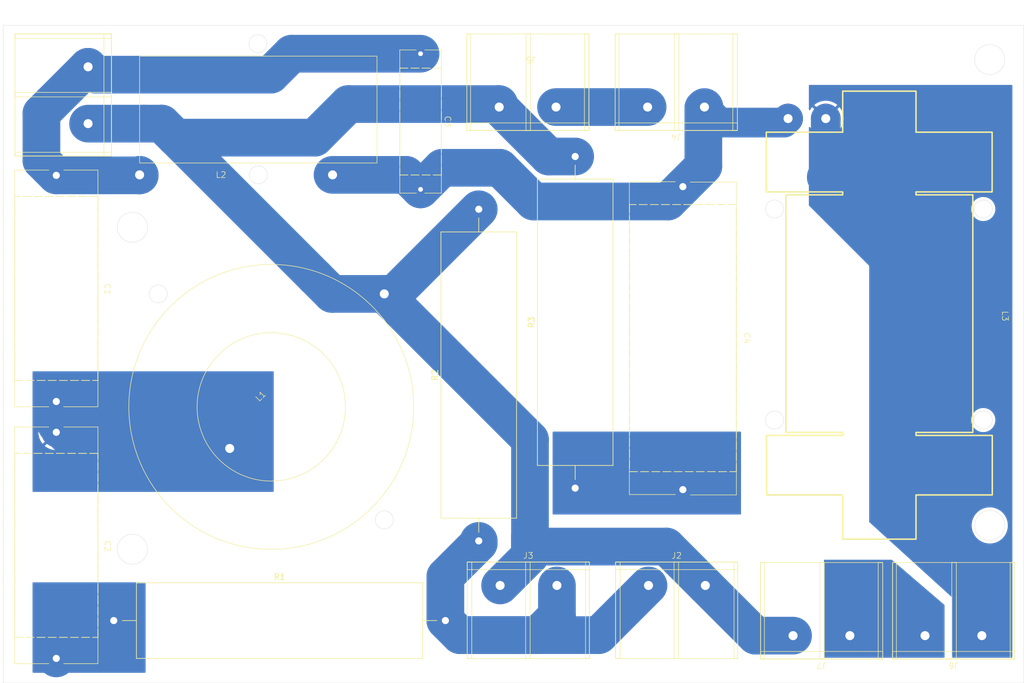
<source format=kicad_pcb>
(kicad_pcb (version 20240108) (generator "pcbnew") (generator_version "8.0")
  (layers (0 "F.Cu" signal) (31 "B.Cu" signal) (34 "B.Paste" user) (35 "F.Paste" user) (36 "B.SilkS" user "B.Silkscreen") (37 "F.SilkS" user "F.Silkscreen") (38 "B.Mask" user) (39 "F.Mask" user) (44 "Edge.Cuts" user))
  (net 0 "")
  (net 1 "Net-(J1-Pin_2)")
  (net 2 "Net-(J2-Pin_1)")
  (net 3 "Net-(J1-Pin_1)")
  (net 4 "Net-(J4-Pin_1)")
  (net 5 "Net-(J4-Pin_2)")
  (net 6 "Net-(J6-Pin_2)")
  (net 7 "Net-(C1-Pad2)")
  (net 8 "Net-(C2-Pad2)")
  (net 9 "Net-(C4-Pad2)")
  (net 10 "Net-(J6-Pin_1)")
  (footprint "stephenhouser:L_Audio_D48_W16_Horizontal" (layer "F.Cu") (at 98.647207 87.274975 45)
    (property "Reference" "L1" (at 0 -2.54 45) (layer "F.SilkS") (effects (font (thickness 0.1))))
    (property "Value" "L")
    (fp_circle (center 0 0) (end 12.5 0) (stroke (width 0.1)) (fill none) (layer "F.SilkS"))
    (fp_circle (center 0 0) (end 24 0) (stroke (width 0.1)) (fill none) (layer "F.SilkS"))
    (fp_circle (center 0 -26.924) (end 1.524 -26.924) (stroke (width 0.05)) (fill none) (layer "Edge.Cuts"))
    (fp_circle (center 0 26.924) (end 1.524 26.924) (stroke (width 0.05)) (fill none) (layer "Edge.Cuts"))
    (pad "1" thru_hole circle (at -9.906 0 45) (size 5 5) (drill 1.524) (layers "*.Cu" "*.Mask") (net 7 "Net-(C1-Pad2)"))
    (pad "2" thru_hole circle (at 26.924 0 45) (size 5 5) (drill 1.524) (layers "*.Cu" "*.Mask") (net 1 "Net-(J1-Pin_2)"))
  )
  (footprint "stephenhouser:C_Audio_31x14" (layer "F.Cu") (at 62.422 48.264 -90)
    (property "Reference" "C1" (at 19.177 -8.636 -90) (layer "F.SilkS") (effects (font (thickness 0.1))))
    (property "Value" "C")
    (fp_line (start -0.889 7.0125) (end 38.989 7.0125) (stroke (width 0.1)) (layer "F.SilkS"))
    (fp_line (start 38.989 7.0125) (end 38.989 1.2625) (stroke (width 0.1)) (layer "F.SilkS"))
    (fp_line (start -0.889 1.2625) (end -0.889 7.0125) (stroke (width 0.1)) (layer "F.SilkS"))
    (fp_line (start -0.889 -1.2625) (end -0.889 -7.0125) (stroke (width 0.1)) (layer "F.SilkS"))
    (fp_line (start 38.989 -6.985) (end 38.989 -1.235) (stroke (width 0.1)) (layer "F.SilkS"))
    (fp_line (start -0.889 -7.0125) (end 38.989 -7.0125) (stroke (width 0.1)) (layer "F.SilkS"))
    (fp_rect (start 3.55 -7) (end 34.55 7) (stroke (width 0.125) (type dash)) (fill none) (layer "F.SilkS"))
    (pad "1" thru_hole circle (at 0 0 270) (size 5 5) (drill 1.2) (layers "*.Cu" "*.Mask") (net 3 "Net-(J1-Pin_1)"))
    (pad "2" thru_hole circle (at 38.1 0 270) (size 5 5) (drill 1.2) (layers "*.Cu" "*.Mask") (net 7 "Net-(C1-Pad2)"))
  )
  (footprint "stephenhouser:L_Audio_61x38_Iron" (layer "F.Cu") (at 185.728 38.696 -90)
    (property "Reference" "L3" (at 33.274 -36.576 -90) (layer "F.SilkS") (effects (font (thickness 0.1))))
    (property "Value" "L")
    (fp_poly (pts (xy 63.416858 -21.556288) (xy 70.866 -21.556288) (xy 70.866 -9.202521) (xy 63.416858 -9.202521) (xy 63.416858 3.621507) (xy 55.36307 3.621507) (xy 55.36307 3.646822) (xy 53.387484 3.646822) (xy 53.387484 -9.202521) (xy 52.885188 -9.202521) (xy 52.885188 0.373125) (xy 12.854556 0.373125) (xy 12.854556 -9.202521) (xy 12.355884 -9.202521) (xy 12.355884 3.671632) (xy 2.288798 3.671632) (xy 2.288798 -9.202521) (xy -4.62293 -9.202521) (xy -4.62293 -21.556288) (xy 2.288798 -21.556288) (xy 2.288798 -34.380827) (xy 12.355884 -34.380827) (xy 12.355884 -21.556288) (xy 12.854556 -21.556288) (xy 12.854556 -31.131926) (xy 52.885188 -31.131926) (xy 52.885188 -21.556288) (xy 53.387484 -21.556288) (xy 53.387484 -34.405631) (xy 63.416858 -34.405631)) (stroke (width 0.25)) (fill none) (layer "F.SilkS"))
    (fp_circle (center 15.24 2.286) (end 16.764 2.286) (stroke (width 0.05)) (fill none) (layer "Edge.Cuts"))
    (fp_circle (center 50.8 2.286) (end 52.324 2.286) (stroke (width 0.05)) (fill none) (layer "Edge.Cuts"))
    (fp_circle (center 15.24 -32.893) (end 16.764 -32.893) (stroke (width 0.05)) (fill none) (layer "Edge.Cuts"))
    (fp_circle (center 50.8 -32.893) (end 52.324 -32.893) (stroke (width 0.05)) (fill none) (layer "Edge.Cuts"))
    (pad "1" thru_hole circle (at 0 -6.35 270) (size 5 5) (drill 1.524) (layers "*.Cu" "*.Mask") (net 10 "Net-(J6-Pin_1)"))
    (pad "2" thru_hole circle (at 0 0 270) (size 5 5) (drill 1.524) (layers "*.Cu" "*.Mask") (net 4 "Net-(J4-Pin_1)"))
  )
  (footprint "Resistor_THT:R_Axial_Power_L48.0mm_W12.5mm_P55.88mm" (layer "F.Cu") (at 72.105 123.281)
    (property "Reference" "R1" (at 27.94 -7.37 360) (layer "F.SilkS"))
    (property "Value" "R")
    (fp_line (start 1.44 0) (end 3.82 0) (stroke (width 0.12)) (layer "F.SilkS"))
    (fp_line (start 3.82 -6.37) (end 3.82 6.37) (stroke (width 0.12)) (layer "F.SilkS"))
    (fp_line (start 3.82 6.37) (end 52.06 6.37) (stroke (width 0.12)) (layer "F.SilkS"))
    (fp_line (start 52.06 -6.37) (end 3.82 -6.37) (stroke (width 0.12)) (layer "F.SilkS"))
    (fp_line (start 52.06 6.37) (end 52.06 -6.37) (stroke (width 0.12)) (layer "F.SilkS"))
    (fp_line (start 54.44 0) (end 52.06 0) (stroke (width 0.12)) (layer "F.SilkS"))
    (pad "1" thru_hole circle (at 0 0) (size 5 5) (drill 1.2) (layers "*.Cu" "*.Mask") (net 8 "Net-(C2-Pad2)"))
    (pad "2" thru_hole oval (at 55.88 0) (size 5 5) (drill 1.2) (layers "*.Cu" "*.Mask") (net 2 "Net-(J2-Pin_1)"))
  )
  (footprint "Resistor_THT:R_Axial_Power_L48.0mm_W12.5mm_P55.88mm" (layer "F.Cu") (at 149.855 100.965 90)
    (property "Reference" "R3" (at 27.94 -7.37 90) (layer "F.SilkS"))
    (property "Value" "R")
    (fp_line (start 52.06 -6.37) (end 3.82 -6.37) (stroke (width 0.12)) (layer "F.SilkS"))
    (fp_line (start 3.82 -6.37) (end 3.82 6.37) (stroke (width 0.12)) (layer "F.SilkS"))
    (fp_line (start 54.44 0) (end 52.06 0) (stroke (width 0.12)) (layer "F.SilkS"))
    (fp_line (start 1.44 0) (end 3.82 0) (stroke (width 0.12)) (layer "F.SilkS"))
    (fp_line (start 52.06 6.37) (end 52.06 -6.37) (stroke (width 0.12)) (layer "F.SilkS"))
    (fp_line (start 3.82 6.37) (end 52.06 6.37) (stroke (width 0.12)) (layer "F.SilkS"))
    (pad "1" thru_hole circle (at 0 0 90) (size 5 5) (drill 1.2) (layers "*.Cu" "*.Mask") (net 9 "Net-(C4-Pad2)"))
    (pad "2" thru_hole oval (at 55.88 0 90) (size 5 5) (drill 1.2) (layers "*.Cu" "*.Mask") (net 1 "Net-(J1-Pin_2)"))
  )
  (footprint "stephenhouser:screw_terminal_01x02_p9.5mm" (layer "F.Cu") (at 177.0465 24.5627 180)
    (property "Reference" "J4" (at 10.16 -17.2132 180) (layer "F.SilkS") (effects (font (thickness 0.1))))
    (property "Value" "MF1")
    (fp_rect (start 19.812 -16.129) (end 20.447 0.127) (stroke (width 0.1)) (fill none) (layer "F.SilkS"))
    (fp_rect (start 9.7155 -16.129) (end 10.4775 0.127) (stroke (width 0.1)) (fill none) (layer "F.SilkS"))
    (fp_rect (start -0.127 -16.129) (end 20.447 0.127) (stroke (width 0.1)) (fill none) (layer "F.SilkS"))
    (fp_rect (start -0.127 -16.129) (end 20.447 -14.859) (stroke (width 0.1)) (fill none) (layer "F.SilkS"))
    (fp_rect (start -0.127 -16.129) (end 0.635 0.127) (stroke (width 0.1)) (fill none) (layer "F.SilkS"))
    (pad "1" thru_hole circle (at 5.4102 -12.192 180) (size 5 5) (drill 1.524) (layers "*.Cu" "*.Mask") (net 4 "Net-(J4-Pin_1)"))
    (pad "2" thru_hole circle (at 14.986 -12.192 180) (size 5 5) (drill 1.524) (layers "*.Cu" "*.Mask") (net 5 "Net-(J4-Pin_2)"))
  )
  (footprint "stephenhouser:screw_terminal_01x02_p9.5mm" (layer "F.Cu") (at 131.793 129.556)
    (property "Reference" "J3" (at 10.16 -17.2132 0) (layer "F.SilkS") (effects (font (thickness 0.1))))
    (property "Value" "HF2")
    (fp_rect (start -0.127 -16.129) (end 0.635 0.127) (stroke (width 0.1)) (fill none) (layer "F.SilkS"))
    (fp_rect (start -0.127 -16.129) (end 20.447 -14.859) (stroke (width 0.1)) (fill none) (layer "F.SilkS"))
    (fp_rect (start -0.127 -16.129) (end 20.447 0.127) (stroke (width 0.1)) (fill none) (layer "F.SilkS"))
    (fp_rect (start 9.7155 -16.129) (end 10.4775 0.127) (stroke (width 0.1)) (fill none) (layer "F.SilkS"))
    (fp_rect (start 19.812 -16.129) (end 20.447 0.127) (stroke (width 0.1)) (fill none) (layer "F.SilkS"))
    (pad "1" thru_hole circle (at 5.4102 -12.192) (size 5 5) (drill 1.524) (layers "*.Cu" "*.Mask") (net 1 "Net-(J1-Pin_2)"))
    (pad "2" thru_hole circle (at 14.986 -12.192) (size 5 5) (drill 1.524) (layers "*.Cu" "*.Mask") (net 2 "Net-(J2-Pin_1)"))
  )
  (footprint "stephenhouser:screw_terminal_01x02_p9.5mm" (layer "F.Cu") (at 55.588 24.5627 -90)
    (property "Reference" "J1" (hide yes))
    (property "Value" "IN")
    (fp_rect (start -0.127 -16.129) (end 0.635 0.127) (stroke (width 0.1)) (fill none) (layer "F.SilkS"))
    (fp_rect (start -0.127 -16.129) (end 20.447 0.127) (stroke (width 0.1)) (fill none) (layer "F.SilkS"))
    (fp_rect (start -0.127 -16.129) (end 20.447 -14.859) (stroke (width 0.1)) (fill none) (layer "F.SilkS"))
    (fp_rect (start 9.7155 -16.129) (end 10.4775 0.127) (stroke (width 0.1)) (fill none) (layer "F.SilkS"))
    (fp_rect (start 19.812 -16.129) (end 20.447 0.127) (stroke (width 0.1)) (fill none) (layer "F.SilkS"))
    (pad "1" thru_hole circle (at 5.4102 -12.192 270) (size 5 5) (drill 1.524) (layers "*.Cu" "*.Mask") (net 3 "Net-(J1-Pin_1)"))
    (pad "2" thru_hole circle (at 14.986 -12.192 270) (size 5 5) (drill 1.524) (layers "*.Cu" "*.Mask") (net 1 "Net-(J1-Pin_2)"))
  )
  (footprint "stephenhouser:C_Audio_31x14" (layer "F.Cu") (at 62.422 91.554 -90)
    (property "Reference" "C2" (at 19.177 -8.636 -90) (layer "F.SilkS") (effects (font (thickness 0.1))))
    (property "Value" "C")
    (fp_line (start -0.889 7.0125) (end 38.989 7.0125) (stroke (width 0.1)) (layer "F.SilkS"))
    (fp_line (start 38.989 7.0125) (end 38.989 1.2625) (stroke (width 0.1)) (layer "F.SilkS"))
    (fp_line (start -0.889 1.2625) (end -0.889 7.0125) (stroke (width 0.1)) (layer "F.SilkS"))
    (fp_line (start -0.889 -1.2625) (end -0.889 -7.0125) (stroke (width 0.1)) (layer "F.SilkS"))
    (fp_line (start 38.989 -6.985) (end 38.989 -1.235) (stroke (width 0.1)) (layer "F.SilkS"))
    (fp_line (start -0.889 -7.0125) (end 38.989 -7.0125) (stroke (width 0.1)) (layer "F.SilkS"))
    (fp_rect (start 3.55 -7) (end 34.55 7) (stroke (width 0.125) (type dash)) (fill none) (layer "F.SilkS"))
    (pad "1" thru_hole circle (at 0 0 270) (size 5 5) (drill 1.2) (layers "*.Cu" "*.Mask") (net 7 "Net-(C1-Pad2)"))
    (pad "2" thru_hole circle (at 38.1 0 270) (size 5 5) (drill 1.2) (layers "*.Cu" "*.Mask") (net 8 "Net-(C2-Pad2)"))
  )
  (footprint "stephenhouser:L_Audio_D40_W18_Vertical" (layer "F.Cu") (at 76.459 48.1797)
    (property "Reference" "L2" (at 13.716 0 0) (layer "F.SilkS") (effects (font (thickness 0.1))))
    (property "Value" "L")
    (fp_rect (start 0 -20) (end 40 -2) (stroke (width 0.1)) (fill none) (layer "F.SilkS"))
    (fp_circle (center 19.939 -22.098) (end 21.463 -22.098) (stroke (width 0.05)) (fill none) (layer "Edge.Cuts"))
    (fp_circle (center 20 0) (end 21.524 0) (stroke (width 0.05)) (fill none) (layer "Edge.Cuts"))
    (pad "1" thru_hole circle (at 0 0) (size 5 5) (drill 1.524) (layers "*.Cu" "*.Mask") (net 3 "Net-(J1-Pin_1)"))
    (pad "2" thru_hole circle (at 32.512 0) (size 5 5) (drill 1.524) (layers "*.Cu" "*.Mask") (net 4 "Net-(J4-Pin_1)"))
  )
  (footprint "stephenhouser:screw_terminal_01x02_p9.5mm" (layer "F.Cu") (at 201.5503 113.627 180)
    (property "Reference" "J7" (at 10.16 -17.2132 180) (layer "F.SilkS") (effects (font (thickness 0.1))))
    (property "Value" "LF2")
    (fp_rect (start 19.812 -16.129) (end 20.447 0.127) (stroke (width 0.1)) (fill none) (layer "F.SilkS"))
    (fp_rect (start 9.7155 -16.129) (end 10.4775 0.127) (stroke (width 0.1)) (fill none) (layer "F.SilkS"))
    (fp_rect (start -0.127 -16.129) (end 20.447 0.127) (stroke (width 0.1)) (fill none) (layer "F.SilkS"))
    (fp_rect (start -0.127 -16.129) (end 20.447 -14.859) (stroke (width 0.1)) (fill none) (layer "F.SilkS"))
    (fp_rect (start -0.127 -16.129) (end 0.635 0.127) (stroke (width 0.1)) (fill none) (layer "F.SilkS"))
    (pad "1" thru_hole circle (at 5.4102 -12.192 180) (size 5 5) (drill 1.524) (layers "*.Cu" "*.Mask") (net 6 "Net-(J6-Pin_2)"))
    (pad "2" thru_hole circle (at 14.986 -12.192 180) (size 5 5) (drill 1.524) (layers "*.Cu" "*.Mask") (net 1 "Net-(J1-Pin_2)"))
  )
  (footprint "stephenhouser:screw_terminal_01x02_p9.5mm" (layer "F.Cu") (at 152.04 24.5627 180)
    (property "Reference" "J5" (at 9.66 -4.2132 180) (layer "F.SilkS") (effects (font (thickness 0.1))))
    (property "Value" "MF2")
    (fp_rect (start 19.812 -16.129) (end 20.447 0.127) (stroke (width 0.1)) (fill none) (layer "F.SilkS"))
    (fp_rect (start 9.7155 -16.129) (end 10.4775 0.127) (stroke (width 0.1)) (fill none) (layer "F.SilkS"))
    (fp_rect (start -0.127 -16.129) (end 20.447 0.127) (stroke (width 0.1)) (fill none) (layer "F.SilkS"))
    (fp_rect (start -0.127 -16.129) (end 20.447 -14.859) (stroke (width 0.1)) (fill none) (layer "F.SilkS"))
    (fp_rect (start -0.127 -16.129) (end 0.635 0.127) (stroke (width 0.1)) (fill none) (layer "F.SilkS"))
    (pad "1" thru_hole circle (at 5.4102 -12.192 180) (size 5 5) (drill 1.524) (layers "*.Cu" "*.Mask") (net 5 "Net-(J4-Pin_2)"))
    (pad "2" thru_hole circle (at 14.986 -12.192 180) (size 5 5) (drill 1.524) (layers "*.Cu" "*.Mask") (net 1 "Net-(J1-Pin_2)"))
  )
  (footprint "stephenhouser:C_Audio_45x18" (layer "F.Cu") (at 168.0005 50.165 -90)
    (property "Reference" "C4" (at 25.527 -10.795 -90) (layer "F.SilkS") (effects (font (thickness 0.1))))
    (property "Value" "C")
    (fp_line (start -0.8255 9.017) (end 51.8795 9.017) (stroke (width 0.1)) (layer "F.SilkS"))
    (fp_line (start 51.8795 9.017) (end 51.8795 1.267) (stroke (width 0.1)) (layer "F.SilkS"))
    (fp_line (start -0.8255 1.267) (end -0.8255 9.017) (stroke (width 0.1)) (layer "F.SilkS"))
    (fp_line (start -0.762 -1.267) (end -0.762 -9.017) (stroke (width 0.1)) (layer "F.SilkS"))
    (fp_line (start -0.762 -9.017) (end 51.943 -9.017) (stroke (width 0.1)) (layer "F.SilkS"))
    (fp_line (start 51.943 -9.017) (end 51.943 -1.267) (stroke (width 0.1)) (layer "F.SilkS"))
    (fp_rect (start 3.027 -9) (end 48.027 9) (stroke (width 0.125) (type dash)) (fill none) (layer "F.SilkS"))
    (pad "1" thru_hole circle (at 0 0 270) (size 5 5) (drill 1.2) (layers "*.Cu" "*.Mask") (net 4 "Net-(J4-Pin_1)"))
    (pad "2" thru_hole circle (at 51.054 0 270) (size 5 5) (drill 1.2) (layers "*.Cu" "*.Mask") (net 9 "Net-(C4-Pad2)"))
  )
  (footprint "stephenhouser:screw_terminal_01x02_p9.5mm" (layer "F.Cu") (at 223.7885 113.627 180)
    (property "Reference" "J6" (at 10.16 -17.2132 180) (layer "F.SilkS") (effects (font (thickness 0.1))))
    (property "Value" "LF1")
    (fp_rect (start 19.812 -16.129) (end 20.447 0.127) (stroke (width 0.1)) (fill none) (layer "F.SilkS"))
    (fp_rect (start 9.7155 -16.129) (end 10.4775 0.127) (stroke (width 0.1)) (fill none) (layer "F.SilkS"))
    (fp_rect (start -0.127 -16.129) (end 20.447 0.127) (stroke (width 0.1)) (fill none) (layer "F.SilkS"))
    (fp_rect (start -0.127 -16.129) (end 20.447 -14.859) (stroke (width 0.1)) (fill none) (layer "F.SilkS"))
    (fp_rect (start -0.127 -16.129) (end 0.635 0.127) (stroke (width 0.1)) (fill none) (layer "F.SilkS"))
    (pad "1" thru_hole circle (at 5.4102 -12.192 180) (size 5 5) (drill 1.524) (layers "*.Cu" "*.Mask") (net 10 "Net-(J6-Pin_1)"))
    (pad "2" thru_hole circle (at 14.986 -12.192 180) (size 5 5) (drill 1.524) (layers "*.Cu" "*.Mask") (net 6 "Net-(J6-Pin_2)"))
  )
  (footprint "Resistor_THT:R_Axial_Power_L48.0mm_W12.5mm_P55.88mm" (layer "F.Cu") (at 133.605 109.855 90)
    (property "Reference" "R2" (at 27.94 -7.37 90) (layer "F.SilkS"))
    (property "Value" "R")
    (fp_line (start 52.06 -6.37) (end 3.82 -6.37) (stroke (width 0.12)) (layer "F.SilkS"))
    (fp_line (start 3.82 -6.37) (end 3.82 6.37) (stroke (width 0.12)) (layer "F.SilkS"))
    (fp_line (start 54.44 0) (end 52.06 0) (stroke (width 0.12)) (layer "F.SilkS"))
    (fp_line (start 1.44 0) (end 3.82 0) (stroke (width 0.12)) (layer "F.SilkS"))
    (fp_line (start 52.06 6.37) (end 52.06 -6.37) (stroke (width 0.12)) (layer "F.SilkS"))
    (fp_line (start 3.82 6.37) (end 52.06 6.37) (stroke (width 0.12)) (layer "F.SilkS"))
    (pad "1" thru_hole circle (at 0 0 90) (size 5 5) (drill 1.2) (layers "*.Cu" "*.Mask") (net 2 "Net-(J2-Pin_1)"))
    (pad "2" thru_hole oval (at 55.88 0 90) (size 5 5) (drill 1.2) (layers "*.Cu" "*.Mask") (net 1 "Net-(J1-Pin_2)"))
  )
  (footprint "stephenhouser:screw_terminal_01x02_p9.5mm" (layer "F.Cu") (at 156.7995 129.556)
    (property "Reference" "J2" (at 10.16 -17.2132 0) (layer "F.SilkS") (effects (font (thickness 0.1))))
    (property "Value" "HF1")
    (fp_rect (start -0.127 -16.129) (end 0.635 0.127) (stroke (width 0.1)) (fill none) (layer "F.SilkS"))
    (fp_rect (start -0.127 -16.129) (end 20.447 -14.859) (stroke (width 0.1)) (fill none) (layer "F.SilkS"))
    (fp_rect (start -0.127 -16.129) (end 20.447 0.127) (stroke (width 0.1)) (fill none) (layer "F.SilkS"))
    (fp_rect (start 9.7155 -16.129) (end 10.4775 0.127) (stroke (width 0.1)) (fill none) (layer "F.SilkS"))
    (fp_rect (start 19.812 -16.129) (end 20.447 0.127) (stroke (width 0.1)) (fill none) (layer "F.SilkS"))
    (pad "1" thru_hole circle (at 5.4102 -12.192) (size 5 5) (drill 1.524) (layers "*.Cu" "*.Mask") (net 2 "Net-(J2-Pin_1)"))
    (pad "2" thru_hole circle (at 14.986 -12.192) (size 5 5) (drill 1.524) (layers "*.Cu" "*.Mask") (net 1 "Net-(J1-Pin_2)"))
  )
  (footprint "stephenhouser:C_Audio_18x07" (layer "F.Cu") (at 123.8 27.7667 -90)
    (property "Reference" "C3" (at 11.43 -4.572 -90) (layer "F.SilkS") (effects (font (thickness 0.1))))
    (property "Value" "C")
    (fp_line (start -0.635 3.5) (end 23.495 3.5) (stroke (width 0.1)) (layer "F.SilkS"))
    (fp_line (start 23.495 3.5) (end 23.495 0.7) (stroke (width 0.1)) (layer "F.SilkS"))
    (fp_line (start -0.635 0.706) (end -0.635 3.506) (stroke (width 0.1)) (layer "F.SilkS"))
    (fp_line (start -0.635 -0.706) (end -0.635 -3.506) (stroke (width 0.1)) (layer "F.SilkS"))
    (fp_line (start -0.635 -3.5) (end 23.495 -3.5) (stroke (width 0.1)) (layer "F.SilkS"))
    (fp_line (start 23.495 -3.5) (end 23.495 -0.7) (stroke (width 0.1)) (layer "F.SilkS"))
    (fp_rect (start 2.43 -3.5) (end 20.43 3.5) (stroke (width 0.125) (type dash)) (fill none) (layer "F.SilkS"))
    (pad "1" thru_hole circle (at 0 0 270) (size 5 5) (drill 0.8) (layers "*.Cu" "*.Mask") (net 3 "Net-(J1-Pin_1)"))
    (pad "2" thru_hole circle (at 22.86 0 270) (size 5 5) (drill 0.8) (layers "*.Cu" "*.Mask") (net 4 "Net-(J4-Pin_1)"))
  )
  (gr_circle (center 219.71 28.75) (end 222.25 28.75) (stroke (width 0.05)) (fill none) (layer "Edge.Cuts"))
  (gr_circle (center 219.71 107.25) (end 222.25 107.25) (stroke (width 0.05)) (fill none) (layer "Edge.Cuts"))
  (gr_rect (start 53.5 23) (end 225.46 133.79) (stroke (width 0.05)) (fill none) (layer "Edge.Cuts"))
  (gr_circle (center 75.25 111.25) (end 77.79 111.25) (stroke (width 0.05)) (fill none) (layer "Edge.Cuts"))
  (gr_circle (center 75.25 57) (end 77.79 57) (stroke (width 0.05)) (fill none) (layer "Edge.Cuts"))
  (segment (start 80.1887 39.5487) (end 77.202399 39.5487) (width 6.35) (layer "B.Cu") (net 1))
  (segment (start 143.834 110.814) (end 165.2355 110.814) (width 6.35) (layer "B.Cu") (net 1))
  (segment (start 137.2032 117.364) (end 142.24 112.3272) (width 6.35) (layer "B.Cu") (net 1))
  (segment (start 142.24 92.791482) (end 117.68535 68.236832) (width 6.35) (layer "B.Cu") (net 1))
  (segment (start 149.855 45.085) (end 145.3843 45.085) (width 6.35) (layer "B.Cu") (net 1))
  (segment (start 142.24 109.22) (end 143.834 110.814) (width 6.35) (layer "B.Cu") (net 1))
  (segment (start 145.3843 45.085) (end 137.054 36.7547) (width 6.35) (layer "B.Cu") (net 1))
  (segment (start 142.24 112.3272) (end 142.24 109.22) (width 6.35) (layer "B.Cu") (net 1))
  (segment (start 137 36.25) (end 111.637601 36.25) (width 6.35) (layer "B.Cu") (net 1))
  (segment (start 137.054 36.7547) (end 137.054 36.304) (width 6.35) (layer "B.Cu") (net 1))
  (segment (start 105.977601 41.91) (end 82.55 41.91) (width 6.35) (layer "B.Cu") (net 1))
  (segment (start 77.202399 39.5487) (end 67.78 39.5487) (width 6.35) (layer "B.Cu") (net 1))
  (segment (start 142.24 112.3272) (end 142.24 92.791482) (width 6.35) (layer "B.Cu") (net 1))
  (segment (start 137.054 36.304) (end 137 36.25) (width 6.35) (layer "B.Cu") (net 1))
  (segment (start 117.68535 68.236832) (end 108.876832 68.236832) (width 6.35) (layer "B.Cu") (net 1))
  (segment (start 117.68535 68.236832) (end 119.343168 68.236832) (width 6.35) (layer "B.Cu") (net 1))
  (segment (start 165.2355 110.814) (end 171.7855 117.364) (width 6.35) (layer "B.Cu") (net 1))
  (segment (start 186.5643 125.819) (end 180.2405 125.819) (width 6.35) (layer "B.Cu") (net 1))
  (segment (start 119.343168 68.236832) (end 133.605 53.975) (width 6.35) (layer "B.Cu") (net 1))
  (segment (start 108.876832 68.236832) (end 106.045 65.405) (width 6.35) (layer "B.Cu") (net 1))
  (segment (start 106.045 65.405) (end 80.1887 39.5487) (width 6.35) (layer "B.Cu") (net 1))
  (segment (start 111.637601 36.25) (end 105.977601 41.91) (width 6.35) (layer "B.Cu") (net 1))
  (segment (start 180.2405 125.819) (end 171.7855 117.364) (width 6.35) (layer "B.Cu") (net 1))
  (segment (start 82.55 41.91) (end 80.1887 39.5487) (width 6.35) (layer "B.Cu") (net 1))
  (segment (start 162.2097 117.364) (end 153.8437 125.73) (width 6.35) (layer "B.Cu") (net 2))
  (segment (start 133.605 109.855) (end 133.605 110.235) (width 6.35) (layer "B.Cu") (net 2))
  (segment (start 127.985 123.281) (end 130.434 125.73) (width 6.35) (layer "B.Cu") (net 2))
  (segment (start 143.51 125.73) (end 146.779 122.461) (width 6.35) (layer "B.Cu") (net 2))
  (segment (start 146.779 122.461) (end 146.779 117.364) (width 6.35) (layer "B.Cu") (net 2))
  (segment (start 127.985 115.855) (end 127.985 123.281) (width 6.35) (layer "B.Cu") (net 2))
  (segment (start 133.605 110.235) (end 127.985 115.855) (width 6.35) (layer "B.Cu") (net 2))
  (segment (start 153.8437 125.73) (end 130.434 125.73) (width 6.35) (layer "B.Cu") (net 2))
  (segment (start 130.434 125.73) (end 143.51 125.73) (width 6.35) (layer "B.Cu") (net 2))
  (segment (start 98.55032 31.295919) (end 69.103019 31.295919) (width 6.35) (layer "B.Cu") (net 3))
  (segment (start 59.922001 37.830899) (end 59.922001 45.764001) (width 6.35) (layer "B.Cu") (net 3))
  (segment (start 76.459 48.1797) (end 76.459 48.237) (width 6.35) (layer "B.Cu") (net 3))
  (segment (start 76.3747 48.264) (end 76.459 48.1797) (width 6.35) (layer "B.Cu") (net 3))
  (segment (start 62.422 48.264) (end 76.3747 48.264) (width 6.35) (layer "B.Cu") (net 3))
  (segment (start 76.459 48.237) (end 76.486 48.264) (width 6.35) (layer "B.Cu") (net 3))
  (segment (start 69.103019 31.295919) (end 67.78 29.9729) (width 6.35) (layer "B.Cu") (net 3))
  (segment (start 59.922001 45.764001) (end 62.422 48.264) (width 6.35) (layer "B.Cu") (net 3))
  (segment (start 67.78 29.9729) (end 59.922001 37.830899) (width 6.35) (layer "B.Cu") (net 3))
  (segment (start 102.079539 27.7667) (end 98.55032 31.295919) (width 6.35) (layer "B.Cu") (net 3))
  (segment (start 123.8 27.7667) (end 102.079539 27.7667) (width 6.35) (layer "B.Cu") (net 3))
  (segment (start 171.45 36.941) (end 171.6363 36.7547) (width 6.35) (layer "B.Cu") (net 4))
  (segment (start 171.45 46.7155) (end 171.45 36.941) (width 6.35) (layer "B.Cu") (net 4))
  (segment (start 171.6363 36.7547) (end 174.2516 39.37) (width 5) (layer "B.Cu") (net 4))
  (segment (start 121.353 48.1797) (end 123.8 50.6267) (width 6.35) (layer "B.Cu") (net 4))
  (segment (start 142.834999 52.664999) (end 137.16 46.99) (width 6.35) (layer "B.Cu") (net 4))
  (segment (start 127.4367 46.99) (end 123.8 50.6267) (width 6.35) (layer "B.Cu") (net 4))
  (segment (start 168.0005 50.165) (end 171.45 46.7155) (width 6.35) (layer "B.Cu") (net 4))
  (segment (start 168.0005 50.165) (end 165.500501 52.664999) (width 6.35) (layer "B.Cu") (net 4))
  (segment (start 165.500501 52.664999) (end 142.834999 52.664999) (width 6.35) (layer "B.Cu") (net 4))
  (segment (start 137.16 46.99) (end 127.4367 46.99) (width 6.35) (layer "B.Cu") (net 4))
  (segment (start 174.2516 39.37) (end 185.054 39.37) (width 5) (layer "B.Cu") (net 4))
  (segment (start 108.971 48.1797) (end 121.353 48.1797) (width 6.35) (layer "B.Cu") (net 4))
  (segment (start 185.054 39.37) (end 185.728 38.696) (width 5) (layer "B.Cu") (net 4))
  (segment (start 162.0605 36.7547) (end 146.6298 36.7547) (width 6.35) (layer "B.Cu") (net 5))
  (segment (start 196.1401 125.819) (end 208.8025 125.819) (width 6.35) (layer "B.Cu") (net 6))
  (segment (start 91.642607 94.279575) (end 66.417575 94.279575) (width 6.35) (layer "B.Cu") (net 7))
  (segment (start 66.417575 94.279575) (end 62.422 90.284) (width 6.35) (layer "B.Cu") (net 7))
  (segment (start 62.422 90.284) (end 62.422 86.364) (width 6.35) (layer "B.Cu") (net 7))
  (segment (start 68.489 123.281) (end 72.105 123.281) (width 6.35) (layer "B.Cu") (net 8))
  (segment (start 62.422 129.348) (end 68.489 123.281) (width 6.35) (layer "B.Cu") (net 8))
  (segment (start 62.422 129.654) (end 62.422 129.348) (width 6.35) (layer "B.Cu") (net 8))
  (segment (start 168.0005 101.219) (end 150.109 101.219) (width 6.35) (layer "B.Cu") (net 9))
  (segment (start 150.109 101.219) (end 149.855 100.965) (width 6.35) (layer "B.Cu") (net 9))
  (segment (start 192.078 38.696) (end 192.078 48.568) (width 5) (layer "B.Cu") (net 10))
  (segment (start 218.3783 118.0483) (end 218.3783 125.819) (width 6.35) (layer "B.Cu") (net 10))
  (segment (start 204.47 60.96) (end 204.47 104.14) (width 6.35) (layer "B.Cu") (net 10))
  (segment (start 204.47 104.14) (end 218.3783 118.0483) (width 6.35) (layer "B.Cu") (net 10))
  (segment (start 192.078 48.568) (end 204.47 60.96) (width 6.35) (layer "B.Cu") (net 10))
  (zone (net 10) (net_name "Net-(J6-Pin_1)") (layer "B.Cu") (connect_pads (clearance 0.5)) (min_thickness 0.25) (fill yes (thermal_gap 0.5) (thermal_bridge_width 0.5) (island_removal_mode 1) (island_area_min 10))
    (polygon (pts (xy 189.23 33.02) (xy 223.52 33.02) (xy 223.52 111.76) (xy 223.52 115.57) (xy 223.52 129.54) (xy 213.36 129.54) (xy 213.36 119.38) (xy 199.39 106.68) (xy 199.39 63.5) (xy 189.23 53.34)))
  )
  (zone (net 6) (net_name "Net-(J6-Pin_2)") (layer "B.Cu") (priority 1) (connect_pads (clearance 0.5)) (min_thickness 0.25) (fill yes (thermal_gap 0.5) (thermal_bridge_width 0.5) (island_removal_mode 1) (island_area_min 10))
    (polygon (pts (xy 212.09 129.54) (xy 191.77 129.54) (xy 191.77 113.03) (xy 203.2 113.03) (xy 212.09 120.65)))
  )
  (zone (net 7) (net_name "Net-(C1-Pad2)") (layer "B.Cu") (priority 2) (connect_pads (clearance 0.5)) (min_thickness 0.25) (fill yes (thermal_gap 0.5) (thermal_bridge_width 0.5) (island_removal_mode 1) (island_area_min 10))
    (polygon (pts (xy 58.42 81.28) (xy 58.42 101.6) (xy 99.06 101.6) (xy 99.06 81.28)))
  )
  (zone (net 8) (net_name "Net-(C2-Pad2)") (layer "B.Cu") (priority 3) (connect_pads (clearance 0.5)) (min_thickness 0.25) (fill yes (thermal_gap 0.5) (thermal_bridge_width 0.5) (island_removal_mode 1) (island_area_min 10))
    (polygon (pts (xy 58.42 132.08) (xy 77.47 132.08) (xy 77.47 116.84) (xy 58.42 116.84)))
  )
  (zone (net 9) (net_name "Net-(C4-Pad2)") (layer "B.Cu") (priority 4) (connect_pads (clearance 0.5)) (min_thickness 0.25) (fill yes (thermal_gap 0.5) (thermal_bridge_width 0.5) (island_removal_mode 1) (island_area_min 10))
    (polygon (pts (xy 146.05 105.41) (xy 177.8 105.41) (xy 177.8 91.44) (xy 146.05 91.44)))
  )
)
</source>
